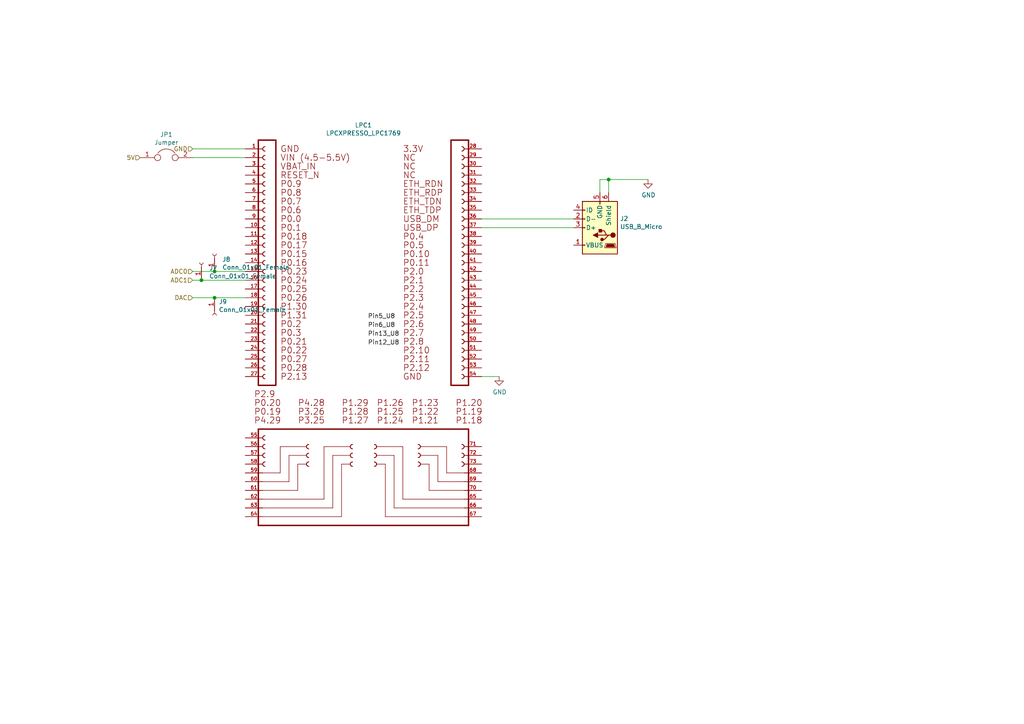
<source format=kicad_sch>
(kicad_sch (version 20211123) (generator eeschema)
  (paper "A4")
  (lib_symbols
    (symbol "Connector:Conn_01x01_Female" (pin_names (offset 1.016) hide)
      (property "Reference" "J" (at 0 2.54 0))
      (property "Value" "Conn_01x01_Female" (at 0 -2.54 0))
      (symbol "Conn_01x01_Female_1_1"
        (polyline (pts (xy -1.27 0) (xy -0.508 0)) (stroke (width 0.1524)))
        (arc (start 0 0.508) (mid -0.508 0) (end 0 -0.508) (stroke (width 0.1524)))
        (pin passive line (at -5.08 0 0) (length 3.81) (name "Pin_1") (number "1"))
      )
    )
    (symbol "Device:Jumper" (pin_names (offset 0.762) hide)
      (property "Reference" "JP" (at 0 3.81 0))
      (property "Value" "Device_Jumper" (at 0 -2.032 0))
      (symbol "Jumper_0_1"
        (circle (center -2.54 0) (radius 0.889))
        (arc (start 2.5146 1.27) (mid 0.0078 2.5097) (end -2.4892 1.27))
        (circle (center 2.54 0) (radius 0.889))
        (pin passive line (at -7.62 0 0) (length 4.191) (name "1") (number "1"))
        (pin passive line (at 7.62 0 180) (length 4.191) (name "2") (number "2"))
      )
    )
    (symbol "potenciostato-rescue:GND-power" (power) (pin_names (offset 0))
      (property "Value" "GND-power" (at 0 -3.81 0))
      (symbol "GND-power_0_1"
        (polyline (pts (xy 0 0) (xy 0 -1.27) (xy 1.27 -1.27) (xy 0 -2.54) (xy -1.27 -1.27) (xy 0 -1.27)))
      )
      (symbol "GND-power_1_1"
        (pin power_in line (at 0 0 270) (length 0) hide (name "GND") (number "1"))
      )
    )
    (symbol "potenciostato-rescue:LPCXPRESSO_LPC1769-LPCXPRESSO_LPC1769" (pin_names (offset 1.016) hide)
      (property "Reference" "LPC" (at -20.32 40.64 0))
      (property "Value" "LPCXPRESSO_LPC1769-LPCXPRESSO_LPC1769" (at -20.32 38.1 0))
      (symbol "LPCXPRESSO_LPC1769-LPCXPRESSO_LPC1769_0_0"
        (arc (start -24.765 -55.245) (mid -25.4 -55.88) (end -24.765 -56.515) (stroke (width 0.254)))
        (arc (start -24.765 -52.705) (mid -25.4 -53.34) (end -24.765 -53.975) (stroke (width 0.254)))
        (arc (start -24.765 -50.165) (mid -25.4 -50.8) (end -24.765 -51.435) (stroke (width 0.254)))
        (arc (start -24.765 -47.625) (mid -25.4 -48.26) (end -24.765 -48.895) (stroke (width 0.254)))
        (arc (start -24.765 -29.845) (mid -25.4 -30.48) (end -24.765 -31.115) (stroke (width 0.254)))
        (arc (start -24.765 -27.305) (mid -25.4 -27.94) (end -24.765 -28.575) (stroke (width 0.254)))
        (arc (start -24.765 -24.765) (mid -25.4 -25.4) (end -24.765 -26.035) (stroke (width 0.254)))
        (arc (start -24.765 -22.225) (mid -25.4 -22.86) (end -24.765 -23.495) (stroke (width 0.254)))
        (arc (start -24.765 -19.685) (mid -25.4 -20.32) (end -24.765 -20.955) (stroke (width 0.254)))
        (arc (start -24.765 -17.145) (mid -25.4 -17.78) (end -24.765 -18.415) (stroke (width 0.254)))
        (arc (start -24.765 -14.605) (mid -25.4 -15.24) (end -24.765 -15.875) (stroke (width 0.254)))
        (arc (start -24.765 -12.065) (mid -25.4 -12.7) (end -24.765 -13.335) (stroke (width 0.254)))
        (arc (start -24.765 -9.525) (mid -25.4 -10.16) (end -24.765 -10.795) (stroke (width 0.254)))
        (arc (start -24.765 -6.985) (mid -25.4 -7.62) (end -24.765 -8.255) (stroke (width 0.254)))
        (arc (start -24.765 -4.445) (mid -25.4 -5.08) (end -24.765 -5.715) (stroke (width 0.254)))
        (arc (start -24.765 -1.905) (mid -25.4 -2.54) (end -24.765 -3.175) (stroke (width 0.254)))
        (arc (start -24.765 0.635) (mid -25.4 0) (end -24.765 -0.635) (stroke (width 0.254)))
        (arc (start -24.765 3.175) (mid -25.4 2.54) (end -24.765 1.905) (stroke (width 0.254)))
        (arc (start -24.765 5.715) (mid -25.4 5.08) (end -24.765 4.445) (stroke (width 0.254)))
        (arc (start -24.765 8.255) (mid -25.4 7.62) (end -24.765 6.985) (stroke (width 0.254)))
        (arc (start -24.765 10.795) (mid -25.4 10.16) (end -24.765 9.525) (stroke (width 0.254)))
        (arc (start -24.765 13.335) (mid -25.4 12.7) (end -24.765 12.065) (stroke (width 0.254)))
        (arc (start -24.765 15.875) (mid -25.4 15.24) (end -24.765 14.605) (stroke (width 0.254)))
        (arc (start -24.765 18.415) (mid -25.4 17.78) (end -24.765 17.145) (stroke (width 0.254)))
        (arc (start -24.765 20.955) (mid -25.4 20.32) (end -24.765 19.685) (stroke (width 0.254)))
        (arc (start -24.765 23.495) (mid -25.4 22.86) (end -24.765 22.225) (stroke (width 0.254)))
        (arc (start -24.765 26.035) (mid -25.4 25.4) (end -24.765 24.765) (stroke (width 0.254)))
        (arc (start -24.765 28.575) (mid -25.4 27.94) (end -24.765 27.305) (stroke (width 0.254)))
        (arc (start -24.765 31.115) (mid -25.4 30.48) (end -24.765 29.845) (stroke (width 0.254)))
        (arc (start -24.765 33.655) (mid -25.4 33.02) (end -24.765 32.385) (stroke (width 0.254)))
        (arc (start -24.765 36.195) (mid -25.4 35.56) (end -24.765 34.925) (stroke (width 0.254)))
        (arc (start -12.065 -55.245) (mid -12.7 -55.88) (end -12.065 -56.515) (stroke (width 0.254)))
        (arc (start -12.065 -52.705) (mid -12.7 -53.34) (end -12.065 -53.975) (stroke (width 0.254)))
        (arc (start -12.065 -50.165) (mid -12.7 -50.8) (end -12.065 -51.435) (stroke (width 0.254)))
        (polyline (pts (xy -26.67 -73.66) (xy -26.67 -45.72)) (stroke (width 0.4064)))
        (polyline (pts (xy -26.67 -73.66) (xy 34.29 -73.66)) (stroke (width 0.4064)))
        (polyline (pts (xy -26.67 -45.72) (xy 34.29 -45.72)) (stroke (width 0.4064)))
        (polyline (pts (xy -26.67 -33.02) (xy -26.67 38.1)) (stroke (width 0.4064)))
        (polyline (pts (xy -26.67 -33.02) (xy -21.59 -33.02)) (stroke (width 0.4064)))
        (polyline (pts (xy -25.4 -71.12) (xy -2.54 -71.12)) (stroke (width 0.1524)))
        (polyline (pts (xy -25.4 -68.58) (xy -5.08 -68.58)) (stroke (width 0.1524)))
        (polyline (pts (xy -25.4 -66.04) (xy -7.62 -66.04)) (stroke (width 0.1524)))
        (polyline (pts (xy -25.4 -63.5) (xy -15.24 -63.5)) (stroke (width 0.1524)))
        (polyline (pts (xy -25.4 -60.96) (xy -17.78 -60.96)) (stroke (width 0.1524)))
        (polyline (pts (xy -25.4 -58.42) (xy -20.32 -58.42)) (stroke (width 0.1524)))
        (polyline (pts (xy -21.59 38.1) (xy -26.67 38.1)) (stroke (width 0.4064)))
        (polyline (pts (xy -21.59 38.1) (xy -21.59 -33.02)) (stroke (width 0.4064)))
        (polyline (pts (xy -20.32 -58.42) (xy -20.32 -50.8)) (stroke (width 0.1524)))
        (polyline (pts (xy -20.32 -50.8) (xy -12.7 -50.8)) (stroke (width 0.1524)))
        (polyline (pts (xy -17.78 -60.96) (xy -17.78 -53.34)) (stroke (width 0.1524)))
        (polyline (pts (xy -17.78 -53.34) (xy -12.7 -53.34)) (stroke (width 0.1524)))
        (polyline (pts (xy -15.24 -63.5) (xy -15.24 -55.88)) (stroke (width 0.1524)))
        (polyline (pts (xy -15.24 -55.88) (xy -12.7 -55.88)) (stroke (width 0.1524)))
        (polyline (pts (xy -7.62 -66.04) (xy -7.62 -50.8)) (stroke (width 0.1524)))
        (polyline (pts (xy -7.62 -50.8) (xy 0 -50.8)) (stroke (width 0.1524)))
        (polyline (pts (xy -5.08 -68.58) (xy -5.08 -53.34)) (stroke (width 0.1524)))
        (polyline (pts (xy -5.08 -53.34) (xy 0 -53.34)) (stroke (width 0.1524)))
        (polyline (pts (xy -2.54 -71.12) (xy -2.54 -55.88)) (stroke (width 0.1524)))
        (polyline (pts (xy -2.54 -55.88) (xy 0 -55.88)) (stroke (width 0.1524)))
        (polyline (pts (xy 10.16 -71.12) (xy 10.16 -55.88)) (stroke (width 0.1524)))
        (polyline (pts (xy 10.16 -55.88) (xy 7.62 -55.88)) (stroke (width 0.1524)))
        (polyline (pts (xy 12.7 -68.58) (xy 12.7 -53.34)) (stroke (width 0.1524)))
        (polyline (pts (xy 12.7 -53.34) (xy 7.62 -53.34)) (stroke (width 0.1524)))
        (polyline (pts (xy 15.24 -66.04) (xy 15.24 -50.8)) (stroke (width 0.1524)))
        (polyline (pts (xy 15.24 -50.8) (xy 7.62 -50.8)) (stroke (width 0.1524)))
        (polyline (pts (xy 20.32 -55.88) (xy 22.86 -55.88)) (stroke (width 0.1524)))
        (polyline (pts (xy 20.32 -53.34) (xy 25.4 -53.34)) (stroke (width 0.1524)))
        (polyline (pts (xy 20.32 -50.8) (xy 27.94 -50.8)) (stroke (width 0.1524)))
        (polyline (pts (xy 22.86 -63.5) (xy 33.02 -63.5)) (stroke (width 0.1524)))
        (polyline (pts (xy 22.86 -55.88) (xy 22.86 -63.5)) (stroke (width 0.1524)))
        (polyline (pts (xy 25.4 -60.96) (xy 33.02 -60.96)) (stroke (width 0.1524)))
        (polyline (pts (xy 25.4 -53.34) (xy 25.4 -60.96)) (stroke (width 0.1524)))
        (polyline (pts (xy 27.94 -58.42) (xy 33.02 -58.42)) (stroke (width 0.1524)))
        (polyline (pts (xy 27.94 -50.8) (xy 27.94 -58.42)) (stroke (width 0.1524)))
        (polyline (pts (xy 29.21 38.1) (xy 29.21 -33.02)) (stroke (width 0.4064)))
        (polyline (pts (xy 29.21 38.1) (xy 34.29 38.1)) (stroke (width 0.4064)))
        (polyline (pts (xy 33.02 -71.12) (xy 10.16 -71.12)) (stroke (width 0.1524)))
        (polyline (pts (xy 33.02 -68.58) (xy 12.7 -68.58)) (stroke (width 0.1524)))
        (polyline (pts (xy 33.02 -66.04) (xy 15.24 -66.04)) (stroke (width 0.1524)))
        (polyline (pts (xy 34.29 -45.72) (xy 34.29 -73.66)) (stroke (width 0.4064)))
        (polyline (pts (xy 34.29 -33.02) (xy 29.21 -33.02)) (stroke (width 0.4064)))
        (polyline (pts (xy 34.29 -33.02) (xy 34.29 38.1)) (stroke (width 0.4064)))
        (arc (start 0.635 -55.245) (mid 0 -55.88) (end 0.635 -56.515) (stroke (width 0.254)))
        (arc (start 0.635 -52.705) (mid 0 -53.34) (end 0.635 -53.975) (stroke (width 0.254)))
        (arc (start 0.635 -50.165) (mid 0 -50.8) (end 0.635 -51.435) (stroke (width 0.254)))
        (arc (start 6.985 -56.515) (mid 7.434 -56.329) (end 7.62 -55.88) (stroke (width 0.254)))
        (arc (start 6.985 -53.975) (mid 7.434 -53.789) (end 7.62 -53.34) (stroke (width 0.254)))
        (arc (start 6.985 -51.435) (mid 7.434 -51.249) (end 7.62 -50.8) (stroke (width 0.254)))
        (arc (start 7.62 -55.88) (mid 7.434 -55.431) (end 6.985 -55.245) (stroke (width 0.254)))
        (arc (start 7.62 -53.34) (mid 7.434 -52.891) (end 6.985 -52.705) (stroke (width 0.254)))
        (arc (start 7.62 -50.8) (mid 7.434 -50.351) (end 6.985 -50.165) (stroke (width 0.254)))
        (arc (start 19.685 -56.515) (mid 20.134 -56.329) (end 20.32 -55.88) (stroke (width 0.254)))
        (arc (start 19.685 -53.975) (mid 20.134 -53.789) (end 20.32 -53.34) (stroke (width 0.254)))
        (arc (start 19.685 -51.435) (mid 20.134 -51.249) (end 20.32 -50.8) (stroke (width 0.254)))
        (arc (start 20.32 -55.88) (mid 20.134 -55.431) (end 19.685 -55.245) (stroke (width 0.254)))
        (arc (start 20.32 -53.34) (mid 20.134 -52.891) (end 19.685 -52.705) (stroke (width 0.254)))
        (arc (start 20.32 -50.8) (mid 20.134 -50.351) (end 19.685 -50.165) (stroke (width 0.254)))
        (arc (start 32.385 -56.515) (mid 33.02 -55.88) (end 32.385 -55.245) (stroke (width 0.254)))
        (arc (start 32.385 -53.975) (mid 33.02 -53.34) (end 32.385 -52.705) (stroke (width 0.254)))
        (arc (start 32.385 -51.435) (mid 33.02 -50.8) (end 32.385 -50.165) (stroke (width 0.254)))
        (arc (start 32.385 -31.115) (mid 33.02 -30.48) (end 32.385 -29.845) (stroke (width 0.254)))
        (arc (start 32.385 -28.575) (mid 33.02 -27.94) (end 32.385 -27.305) (stroke (width 0.254)))
        (arc (start 32.385 -26.035) (mid 33.02 -25.4) (end 32.385 -24.765) (stroke (width 0.254)))
        (arc (start 32.385 -23.495) (mid 33.02 -22.86) (end 32.385 -22.225) (stroke (width 0.254)))
        (arc (start 32.385 -20.955) (mid 33.02 -20.32) (end 32.385 -19.685) (stroke (width 0.254)))
        (arc (start 32.385 -18.415) (mid 33.02 -17.78) (end 32.385 -17.145) (stroke (width 0.254)))
        (arc (start 32.385 -15.875) (mid 33.02 -15.24) (end 32.385 -14.605) (stroke (width 0.254)))
        (arc (start 32.385 -13.335) (mid 33.02 -12.7) (end 32.385 -12.065) (stroke (width 0.254)))
        (arc (start 32.385 -10.795) (mid 33.02 -10.16) (end 32.385 -9.525) (stroke (width 0.254)))
        (arc (start 32.385 -8.255) (mid 33.02 -7.62) (end 32.385 -6.985) (stroke (width 0.254)))
        (arc (start 32.385 -5.715) (mid 33.02 -5.08) (end 32.385 -4.445) (stroke (width 0.254)))
        (arc (start 32.385 -3.175) (mid 33.02 -2.54) (end 32.385 -1.905) (stroke (width 0.254)))
        (arc (start 32.385 -0.635) (mid 33.02 0) (end 32.385 0.635) (stroke (width 0.254)))
        (arc (start 32.385 1.905) (mid 33.02 2.54) (end 32.385 3.175) (stroke (width 0.254)))
        (arc (start 32.385 4.445) (mid 33.02 5.08) (end 32.385 5.715) (stroke (width 0.254)))
        (arc (start 32.385 6.985) (mid 33.02 7.62) (end 32.385 8.255) (stroke (width 0.254)))
        (arc (start 32.385 9.525) (mid 33.02 10.16) (end 32.385 10.795) (stroke (width 0.254)))
        (arc (start 32.385 12.065) (mid 33.02 12.7) (end 32.385 13.335) (stroke (width 0.254)))
        (arc (start 32.385 14.605) (mid 33.02 15.24) (end 32.385 15.875) (stroke (width 0.254)))
        (arc (start 32.385 17.145) (mid 33.02 17.78) (end 32.385 18.415) (stroke (width 0.254)))
        (arc (start 32.385 19.685) (mid 33.02 20.32) (end 32.385 20.955) (stroke (width 0.254)))
        (arc (start 32.385 22.225) (mid 33.02 22.86) (end 32.385 23.495) (stroke (width 0.254)))
        (arc (start 32.385 24.765) (mid 33.02 25.4) (end 32.385 26.035) (stroke (width 0.254)))
        (arc (start 32.385 27.305) (mid 33.02 27.94) (end 32.385 28.575) (stroke (width 0.254)))
        (arc (start 32.385 29.845) (mid 33.02 30.48) (end 32.385 31.115) (stroke (width 0.254)))
        (arc (start 32.385 32.385) (mid 33.02 33.02) (end 32.385 33.655) (stroke (width 0.254)))
        (arc (start 32.385 34.925) (mid 33.02 35.56) (end 32.385 36.195) (stroke (width 0.254)))
        (text "3.3V" (at 15.24 34.544 0) (effects (font (size 1.778 1.778)) (justify left bottom)))
        (text "ETH_RDN" (at 15.24 24.384 0) (effects (font (size 1.778 1.778)) (justify left bottom)))
        (text "ETH_RDP" (at 15.24 21.844 0) (effects (font (size 1.778 1.778)) (justify left bottom)))
        (text "ETH_TDN" (at 15.24 19.304 0) (effects (font (size 1.778 1.778)) (justify left bottom)))
        (text "ETH_TDP" (at 15.24 16.764 0) (effects (font (size 1.778 1.778)) (justify left bottom)))
        (text "GND" (at -20.32 34.544 0) (effects (font (size 1.778 1.778)) (justify left bottom)))
        (text "GND" (at 15.24 -31.496 0) (effects (font (size 1.778 1.778)) (justify left bottom)))
        (text "NC" (at 15.24 26.924 0) (effects (font (size 1.778 1.778)) (justify left bottom)))
        (text "NC" (at 15.24 29.464 0) (effects (font (size 1.778 1.778)) (justify left bottom)))
        (text "NC" (at 15.24 32.004 0) (effects (font (size 1.778 1.778)) (justify left bottom)))
        (text "P0.0" (at -20.32 14.224 0) (effects (font (size 1.778 1.778)) (justify left bottom)))
        (text "P0.1" (at -20.32 11.684 0) (effects (font (size 1.778 1.778)) (justify left bottom)))
        (text "P0.10" (at 15.24 4.064 0) (effects (font (size 1.778 1.778)) (justify left bottom)))
        (text "P0.11" (at 15.24 1.524 0) (effects (font (size 1.778 1.778)) (justify left bottom)))
        (text "P0.15" (at -20.32 4.064 0) (effects (font (size 1.778 1.778)) (justify left bottom)))
        (text "P0.16" (at -20.32 1.524 0) (effects (font (size 1.778 1.778)) (justify left bottom)))
        (text "P0.17" (at -20.32 6.604 0) (effects (font (size 1.778 1.778)) (justify left bottom)))
        (text "P0.18" (at -20.32 9.144 0) (effects (font (size 1.778 1.778)) (justify left bottom)))
        (text "P0.19" (at -27.94 -41.656 0) (effects (font (size 1.778 1.778)) (justify left bottom)))
        (text "P0.2" (at -20.32 -16.256 0) (effects (font (size 1.778 1.778)) (justify left bottom)))
        (text "P0.20" (at -27.94 -39.116 0) (effects (font (size 1.778 1.778)) (justify left bottom)))
        (text "P0.21" (at -20.32 -21.336 0) (effects (font (size 1.778 1.778)) (justify left bottom)))
        (text "P0.22" (at -20.32 -23.876 0) (effects (font (size 1.778 1.778)) (justify left bottom)))
        (text "P0.23" (at -20.32 -1.016 0) (effects (font (size 1.778 1.778)) (justify left bottom)))
        (text "P0.24" (at -20.32 -3.556 0) (effects (font (size 1.778 1.778)) (justify left bottom)))
        (text "P0.25" (at -20.32 -6.096 0) (effects (font (size 1.778 1.778)) (justify left bottom)))
        (text "P0.26" (at -20.32 -8.636 0) (effects (font (size 1.778 1.778)) (justify left bottom)))
        (text "P0.27" (at -20.32 -26.416 0) (effects (font (size 1.778 1.778)) (justify left bottom)))
        (text "P0.28" (at -20.32 -28.956 0) (effects (font (size 1.778 1.778)) (justify left bottom)))
        (text "P0.3" (at -20.32 -18.796 0) (effects (font (size 1.778 1.778)) (justify left bottom)))
        (text "P0.4" (at 15.24 9.144 0) (effects (font (size 1.778 1.778)) (justify left bottom)))
        (text "P0.5" (at 15.24 6.604 0) (effects (font (size 1.778 1.778)) (justify left bottom)))
        (text "P0.6" (at -20.32 16.764 0) (effects (font (size 1.778 1.778)) (justify left bottom)))
        (text "P0.7" (at -20.32 19.304 0) (effects (font (size 1.778 1.778)) (justify left bottom)))
        (text "P0.8" (at -20.32 21.844 0) (effects (font (size 1.778 1.778)) (justify left bottom)))
        (text "P0.9" (at -20.32 24.384 0) (effects (font (size 1.778 1.778)) (justify left bottom)))
        (text "P1.18" (at 30.48 -44.196 0) (effects (font (size 1.778 1.778)) (justify left bottom)))
        (text "P1.19" (at 30.48 -41.656 0) (effects (font (size 1.778 1.778)) (justify left bottom)))
        (text "P1.20" (at 30.48 -39.116 0) (effects (font (size 1.778 1.778)) (justify left bottom)))
        (text "P1.21" (at 17.78 -44.196 0) (effects (font (size 1.778 1.778)) (justify left bottom)))
        (text "P1.22" (at 17.78 -41.656 0) (effects (font (size 1.778 1.778)) (justify left bottom)))
        (text "P1.23" (at 17.78 -39.116 0) (effects (font (size 1.778 1.778)) (justify left bottom)))
        (text "P1.24" (at 7.62 -44.196 0) (effects (font (size 1.778 1.778)) (justify left bottom)))
        (text "P1.25" (at 7.62 -41.656 0) (effects (font (size 1.778 1.778)) (justify left bottom)))
        (text "P1.26" (at 7.62 -39.116 0) (effects (font (size 1.778 1.778)) (justify left bottom)))
        (text "P1.27" (at -2.54 -44.196 0) (effects (font (size 1.778 1.778)) (justify left bottom)))
        (text "P1.28" (at -2.54 -41.656 0) (effects (font (size 1.778 1.778)) (justify left bottom)))
        (text "P1.29" (at -2.54 -39.116 0) (effects (font (size 1.778 1.778)) (justify left bottom)))
        (text "P1.30" (at -20.32 -11.176 0) (effects (font (size 1.778 1.778)) (justify left bottom)))
        (text "P1.31" (at -20.32 -13.716 0) (effects (font (size 1.778 1.778)) (justify left bottom)))
        (text "P2.0" (at 15.24 -1.016 0) (effects (font (size 1.778 1.778)) (justify left bottom)))
        (text "P2.1" (at 15.24 -3.556 0) (effects (font (size 1.778 1.778)) (justify left bottom)))
        (text "P2.10" (at 15.24 -23.876 0) (effects (font (size 1.778 1.778)) (justify left bottom)))
        (text "P2.11" (at 15.24 -26.416 0) (effects (font (size 1.778 1.778)) (justify left bottom)))
        (text "P2.12" (at 15.24 -28.956 0) (effects (font (size 1.778 1.778)) (justify left bottom)))
        (text "P2.13" (at -20.32 -31.496 0) (effects (font (size 1.778 1.778)) (justify left bottom)))
        (text "P2.2" (at 15.24 -6.096 0) (effects (font (size 1.778 1.778)) (justify left bottom)))
        (text "P2.3" (at 15.24 -8.636 0) (effects (font (size 1.778 1.778)) (justify left bottom)))
        (text "P2.4" (at 15.24 -11.176 0) (effects (font (size 1.778 1.778)) (justify left bottom)))
        (text "P2.5" (at 15.24 -13.716 0) (effects (font (size 1.778 1.778)) (justify left bottom)))
        (text "P2.6" (at 15.24 -16.256 0) (effects (font (size 1.778 1.778)) (justify left bottom)))
        (text "P2.7" (at 15.24 -18.796 0) (effects (font (size 1.778 1.778)) (justify left bottom)))
        (text "P2.8" (at 15.24 -21.336 0) (effects (font (size 1.778 1.778)) (justify left bottom)))
        (text "P2.9" (at -27.94 -36.576 0) (effects (font (size 1.778 1.778)) (justify left bottom)))
        (text "P3.25" (at -15.24 -44.196 0) (effects (font (size 1.778 1.778)) (justify left bottom)))
        (text "P3.26" (at -15.24 -41.656 0) (effects (font (size 1.778 1.778)) (justify left bottom)))
        (text "P4.28" (at -15.24 -39.116 0) (effects (font (size 1.778 1.778)) (justify left bottom)))
        (text "P4.29" (at -27.94 -44.196 0) (effects (font (size 1.778 1.778)) (justify left bottom)))
        (text "RESET_N" (at -20.32 26.924 0) (effects (font (size 1.778 1.778)) (justify left bottom)))
        (text "USB_DM" (at 15.24 14.224 0) (effects (font (size 1.778 1.778)) (justify left bottom)))
        (text "USB_DP" (at 15.24 11.684 0) (effects (font (size 1.778 1.778)) (justify left bottom)))
        (text "VBAT_IN" (at -20.32 29.464 0) (effects (font (size 1.778 1.778)) (justify left bottom)))
        (text "VIN (4.5-5.5V)" (at -20.32 32.004 0) (effects (font (size 1.778 1.778)) (justify left bottom)))
        (pin passive line (at -30.48 35.56 0) (length 5.08) (name "~") (number "1"))
        (pin passive line (at -30.48 12.7 0) (length 5.08) (name "~") (number "10"))
        (pin passive line (at -30.48 10.16 0) (length 5.08) (name "~") (number "11"))
        (pin passive line (at -30.48 7.62 0) (length 5.08) (name "~") (number "12"))
        (pin passive line (at -30.48 5.08 0) (length 5.08) (name "~") (number "13"))
        (pin passive line (at -30.48 2.54 0) (length 5.08) (name "~") (number "14"))
        (pin passive line (at -30.48 0 0) (length 5.08) (name "~") (number "15"))
        (pin passive line (at -30.48 -2.54 0) (length 5.08) (name "~") (number "16"))
        (pin passive line (at -30.48 -5.08 0) (length 5.08) (name "~") (number "17"))
        (pin passive line (at -30.48 -7.62 0) (length 5.08) (name "~") (number "18"))
        (pin passive line (at -30.48 -10.16 0) (length 5.08) (name "~") (number "19"))
        (pin passive line (at -30.48 33.02 0) (length 5.08) (name "~") (number "2"))
        (pin passive line (at -30.48 -12.7 0) (length 5.08) (name "~") (number "20"))
        (pin passive line (at -30.48 -15.24 0) (length 5.08) (name "~") (number "21"))
        (pin passive line (at -30.48 -17.78 0) (length 5.08) (name "~") (number "22"))
        (pin passive line (at -30.48 -20.32 0) (length 5.08) (name "~") (number "23"))
        (pin passive line (at -30.48 -22.86 0) (length 5.08) (name "~") (number "24"))
        (pin passive line (at -30.48 -25.4 0) (length 5.08) (name "~") (number "25"))
        (pin passive line (at -30.48 -27.94 0) (length 5.08) (name "~") (number "26"))
        (pin passive line (at -30.48 -30.48 0) (length 5.08) (name "~") (number "27"))
        (pin passive line (at 38.1 35.56 180) (length 5.08) (name "~") (number "28"))
        (pin passive line (at 38.1 33.02 180) (length 5.08) (name "~") (number "29"))
        (pin passive line (at -30.48 30.48 0) (length 5.08) (name "~") (number "3"))
        (pin passive line (at 38.1 30.48 180) (length 5.08) (name "~") (number "30"))
        (pin passive line (at 38.1 27.94 180) (length 5.08) (name "~") (number "31"))
        (pin passive line (at 38.1 25.4 180) (length 5.08) (name "~") (number "32"))
        (pin passive line (at 38.1 22.86 180) (length 5.08) (name "~") (number "33"))
        (pin passive line (at 38.1 20.32 180) (length 5.08) (name "~") (number "34"))
        (pin passive line (at 38.1 17.78 180) (length 5.08) (name "~") (number "35"))
        (pin passive line (at 38.1 15.24 180) (length 5.08) (name "~") (number "36"))
        (pin passive line (at 38.1 12.7 180) (length 5.08) (name "~") (number "37"))
        (pin passive line (at 38.1 10.16 180) (length 5.08) (name "~") (number "38"))
        (pin passive line (at 38.1 7.62 180) (length 5.08) (name "~") (number "39"))
        (pin passive line (at -30.48 27.94 0) (length 5.08) (name "~") (number "4"))
        (pin passive line (at 38.1 5.08 180) (length 5.08) (name "~") (number "40"))
        (pin passive line (at 38.1 2.54 180) (length 5.08) (name "~") (number "41"))
        (pin passive line (at 38.1 0 180) (length 5.08) (name "~") (number "42"))
        (pin passive line (at 38.1 -2.54 180) (length 5.08) (name "~") (number "43"))
        (pin passive line (at 38.1 -5.08 180) (length 5.08) (name "~") (number "44"))
        (pin passive line (at 38.1 -7.62 180) (length 5.08) (name "~") (number "45"))
        (pin passive line (at 38.1 -10.16 180) (length 5.08) (name "~") (number "46"))
        (pin passive line (at 38.1 -12.7 180) (length 5.08) (name "~") (number "47"))
        (pin passive line (at 38.1 -15.24 180) (length 5.08) (name "~") (number "48"))
        (pin passive line (at 38.1 -17.78 180) (length 5.08) (name "~") (number "49"))
        (pin passive line (at -30.48 25.4 0) (length 5.08) (name "~") (number "5"))
        (pin passive line (at 38.1 -20.32 180) (length 5.08) (name "~") (number "50"))
        (pin passive line (at 38.1 -22.86 180) (length 5.08) (name "~") (number "51"))
        (pin passive line (at 38.1 -25.4 180) (length 5.08) (name "~") (number "52"))
        (pin passive line (at 38.1 -27.94 180) (length 5.08) (name "~") (number "53"))
        (pin passive line (at 38.1 -30.48 180) (length 5.08) (name "~") (number "54"))
        (pin passive line (at -30.48 -48.26 0) (length 5.08) (name "~") (number "55"))
        (pin passive line (at -30.48 -50.8 0) (length 5.08) (name "~") (number "56"))
        (pin passive line (at -30.48 -53.34 0) (length 5.08) (name "~") (number "57"))
        (pin passive line (at -30.48 -55.88 0) (length 5.08) (name "~") (number "58"))
        (pin passive line (at -30.48 -58.42 0) (length 5.08) (name "~") (number "59"))
        (pin passive line (at -30.48 22.86 0) (length 5.08) (name "~") (number "6"))
        (pin passive line (at -30.48 -60.96 0) (length 5.08) (name "~") (number "60"))
        (pin passive line (at -30.48 -63.5 0) (length 5.08) (name "~") (number "61"))
        (pin passive line (at -30.48 -66.04 0) (length 5.08) (name "~") (number "62"))
        (pin passive line (at -30.48 -68.58 0) (length 5.08) (name "~") (number "63"))
        (pin passive line (at -30.48 -71.12 0) (length 5.08) (name "~") (number "64"))
        (pin passive line (at 38.1 -66.04 180) (length 5.08) (name "~") (number "65"))
        (pin passive line (at 38.1 -68.58 180) (length 5.08) (name "~") (number "66"))
        (pin passive line (at 38.1 -71.12 180) (length 5.08) (name "~") (number "67"))
        (pin passive line (at 38.1 -58.42 180) (length 5.08) (name "~") (number "68"))
        (pin passive line (at 38.1 -60.96 180) (length 5.08) (name "~") (number "69"))
        (pin passive line (at -30.48 20.32 0) (length 5.08) (name "~") (number "7"))
        (pin passive line (at 38.1 -63.5 180) (length 5.08) (name "~") (number "70"))
        (pin passive line (at 38.1 -50.8 180) (length 5.08) (name "~") (number "71"))
        (pin passive line (at 38.1 -53.34 180) (length 5.08) (name "~") (number "72"))
        (pin passive line (at 38.1 -55.88 180) (length 5.08) (name "~") (number "73"))
        (pin passive line (at -30.48 17.78 0) (length 5.08) (name "~") (number "8"))
        (pin passive line (at -30.48 15.24 0) (length 5.08) (name "~") (number "9"))
      )
    )
    (symbol "potenciostato-rescue:USB_B_Micro-Connector" (pin_names (offset 1.016))
      (property "Reference" "J" (at -5.08 11.43 0))
      (property "Value" "USB_B_Micro-Connector" (at -5.08 8.89 0))
      (symbol "USB_B_Micro-Connector_0_1"
        (rectangle (start -5.08 -7.62) (end 5.08 7.62) (stroke (width 0.254)) (fill (type background)))
        (circle (center -3.81 2.159) (radius 0.635) (stroke (width 0.254)) (fill (type outline)))
        (circle (center -0.635 3.429) (radius 0.381) (stroke (width 0.254)) (fill (type outline)))
        (rectangle (start -0.127 -7.62) (end 0.127 -6.858))
        (polyline (pts (xy -1.905 2.159) (xy 0.635 2.159)) (stroke (width 0.254)))
        (polyline (pts (xy -3.175 2.159) (xy -2.54 2.159) (xy -1.27 3.429) (xy -0.635 3.429)) (stroke (width 0.254)))
        (polyline (pts (xy -2.54 2.159) (xy -1.905 2.159) (xy -1.27 0.889) (xy 0 0.889)) (stroke (width 0.254)))
        (polyline (pts (xy 0.635 2.794) (xy 0.635 1.524) (xy 1.905 2.159) (xy 0.635 2.794)) (stroke (width 0.254)) (fill (type outline)))
        (polyline (pts (xy -4.318 5.588) (xy -1.778 5.588) (xy -2.032 4.826) (xy -4.064 4.826) (xy -4.318 5.588)) (fill (type outline)))
        (polyline (pts (xy -4.699 5.842) (xy -4.699 5.588) (xy -4.445 4.826) (xy -4.445 4.572) (xy -1.651 4.572) (xy -1.651 4.826) (xy -1.397 5.588) (xy -1.397 5.842) (xy -4.699 5.842)))
        (rectangle (start 0.254 1.27) (end -0.508 0.508) (stroke (width 0.254)) (fill (type outline)))
        (rectangle (start 5.08 -5.207) (end 4.318 -4.953))
        (rectangle (start 5.08 -2.667) (end 4.318 -2.413))
        (rectangle (start 5.08 -0.127) (end 4.318 0.127))
        (rectangle (start 5.08 4.953) (end 4.318 5.207))
      )
      (symbol "USB_B_Micro-Connector_1_1"
        (pin power_out line (at 7.62 5.08 180) (length 2.54) (name "VBUS") (number "1"))
        (pin passive line (at 7.62 -2.54 180) (length 2.54) (name "D-") (number "2"))
        (pin passive line (at 7.62 0 180) (length 2.54) (name "D+") (number "3"))
        (pin passive line (at 7.62 -5.08 180) (length 2.54) (name "ID") (number "4"))
        (pin power_out line (at 0 -10.16 90) (length 2.54) (name "GND") (number "5"))
        (pin passive line (at -2.54 -10.16 90) (length 2.54) (name "Shield") (number "6"))
      )
    )
  )
  (junction (at 62.23 86.36))
  (junction (at 176.53 52.07))
  (junction (at 62.23 78.74))
  (junction (at 58.42 81.28))
  (wire (pts (xy 71.12 78.74) (xy 62.23 78.74)))
  (wire (pts (xy 71.12 81.28) (xy 58.42 81.28)))
  (wire (pts (xy 187.96 52.07) (xy 176.53 52.07)))
  (wire (pts (xy 139.7 109.22) (xy 144.78 109.22)))
  (wire (pts (xy 58.42 81.28) (xy 55.88 81.28)))
  (wire (pts (xy 55.88 45.72) (xy 71.12 45.72)))
  (wire (pts (xy 62.23 78.74) (xy 55.88 78.74)))
  (wire (pts (xy 173.99 52.07) (xy 173.99 55.88)))
  (wire (pts (xy 62.23 86.36) (xy 55.88 86.36)))
  (wire (pts (xy 176.53 52.07) (xy 173.99 52.07)))
  (wire (pts (xy 139.7 63.5) (xy 166.37 63.5)))
  (wire (pts (xy 55.88 43.18) (xy 71.12 43.18)))
  (wire (pts (xy 71.12 86.36) (xy 62.23 86.36)))
  (wire (pts (xy 139.7 66.04) (xy 166.37 66.04)))
  (wire (pts (xy 176.53 55.88) (xy 176.53 52.07)))
  (label "Pin5_U8" (at 106.68 92.71 0))
  (label "Pin6_U8" (at 106.68 95.25 0))
  (label "Pin12_U8" (at 106.68 100.33 0))
  (label "Pin13_U8" (at 106.68 97.79 0))
  (hierarchical_label "ADC0" (shape input) (at 55.88 78.74 180))
  (hierarchical_label "DAC" (shape input) (at 55.88 86.36 180))
  (hierarchical_label "5V" (shape input) (at 40.64 45.72 180))
  (hierarchical_label "ADC1" (shape input) (at 55.88 81.28 180))
  (hierarchical_label "GND" (shape input) (at 55.88 43.18 180))
  (symbol (lib_id "potenciostato-rescue:LPCXPRESSO_LPC1769-LPCXPRESSO_LPC1769") (at 101.6 78.74 0)
    (property "Reference" "LPC1" (at 105.41 36.322 0))
    (property "Value" "LPCXPRESSO_LPC1769" (at 105.41 38.6334 0))
    (property "Footprint" "LPC:LPCXPRESSO_LPC1769" (effects hide))
  )
  (symbol (lib_id "potenciostato-rescue:USB_B_Micro-Connector") (at 173.99 66.04 180)
    (property "Reference" "J2" (at 179.832 63.3984 0) (effects (justify right)))
    (property "Value" "USB_B_Micro" (at 179.832 65.7606 0) (effects (justify right)))
    (property "Footprint" "Connector_USB:USB_Mini-B_Wuerth_65100516121_Horizontal" (effects hide))
  )
  (symbol (lib_id "potenciostato-rescue:GND-power") (at 144.78 109.22 0) (unit 1)
    (property "Reference" "#PWR0131" (effects hide))
    (property "Value" "GND" (at 144.907 113.7158 0))
  )
  (symbol (lib_id "potenciostato-rescue:GND-power") (at 187.96 52.07 0) (unit 1)
    (property "Reference" "#PWR0132" (effects hide))
    (property "Value" "GND" (at 188.087 56.5658 0))
  )
  (symbol (lib_id "Device:Jumper") (at 48.26 45.72 0) (unit 1)
    (property "Reference" "JP1" (at 48.26 39.0144 0))
    (property "Value" "Jumper" (at 48.26 41.3258 0))
    (property "Footprint" "Connector_PinHeader_2.54mm:PinHeader_1x02_P2.54mm_Vertical" (effects hide))
  )
  (symbol (lib_id "Connector:Conn_01x01_Female") (at 62.23 73.66 90) (unit 1)
    (property "Reference" "J8" (at 64.4652 75.2348 90) (effects (justify right)))
    (property "Value" "Conn_01x01_Female" (at 64.4652 77.5462 90) (effects (justify right)))
    (property "Footprint" "Connector_PinHeader_2.54mm:PinHeader_1x01_P2.54mm_Vertical" (effects hide))
  )
  (symbol (lib_id "Connector:Conn_01x01_Female") (at 62.23 91.44 270) (unit 1)
    (property "Reference" "J9" (at 63.4492 87.5284 90) (effects (justify left)))
    (property "Value" "Conn_01x01_Female" (at 63.4492 89.8398 90) (effects (justify left)))
    (property "Footprint" "Connector_PinHeader_2.54mm:PinHeader_1x01_P2.54mm_Vertical" (effects hide))
  )
  (symbol (lib_id "Connector:Conn_01x01_Female") (at 58.42 76.2 90) (unit 1)
    (property "Reference" "J7" (at 60.6552 77.7748 90) (effects (justify right)))
    (property "Value" "Conn_01x01_Female" (at 60.6552 80.0862 90) (effects (justify right)))
    (property "Footprint" "Connector_PinHeader_2.54mm:PinHeader_1x01_P2.54mm_Vertical" (effects hide))
  )
)
</source>
